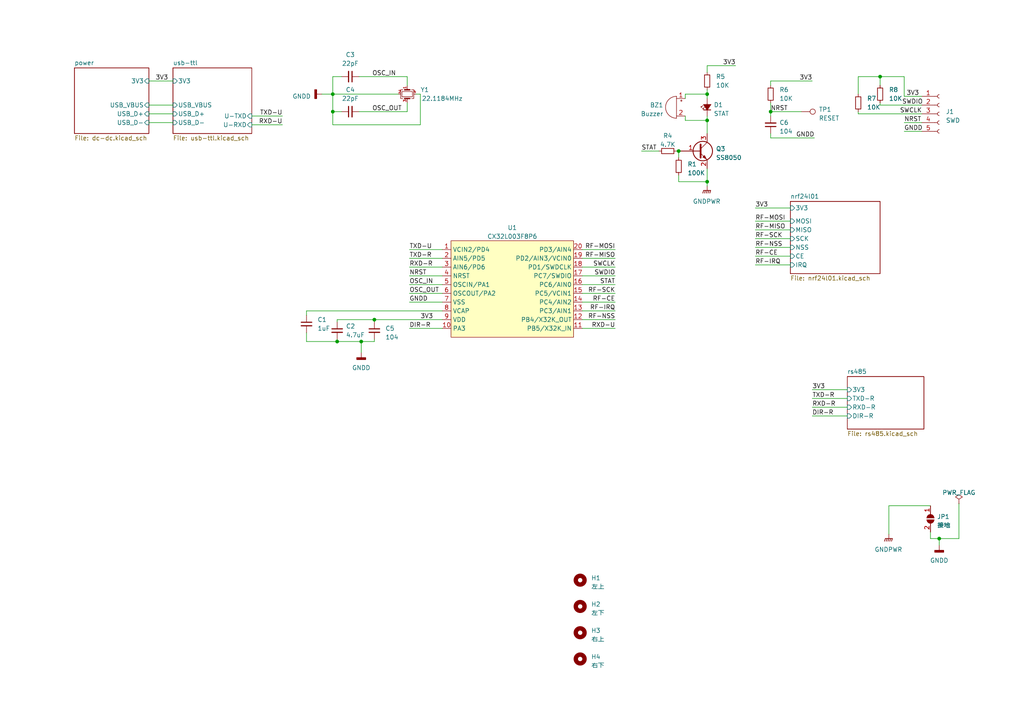
<source format=kicad_sch>
(kicad_sch (version 20230121) (generator eeschema)
  (paper "A4")
  (title_block (title "通信中继模块"))
  (lib_symbols
    (symbol "Connector:Conn_01x05_Socket" (pin_names (offset 1.016) hide)
      (property "Reference" "J" (at 0 7.62 0))
      (property "Value" "Conn_01x05_Socket" (at 0 -7.62 0))
      (symbol "Conn_01x05_Socket_1_1"
        (arc (start 0 -4.572) (mid -0.5058 -5.08) (end 0 -5.588) (stroke (width 0.1524)))
        (arc (start 0 -2.032) (mid -0.5058 -2.54) (end 0 -3.048) (stroke (width 0.1524)))
        (polyline (pts (xy -1.27 -5.08) (xy -0.508 -5.08)) (stroke (width 0.1524)))
        (polyline (pts (xy -1.27 -2.54) (xy -0.508 -2.54)) (stroke (width 0.1524)))
        (polyline (pts (xy -1.27 0) (xy -0.508 0)) (stroke (width 0.1524)))
        (polyline (pts (xy -1.27 2.54) (xy -0.508 2.54)) (stroke (width 0.1524)))
        (polyline (pts (xy -1.27 5.08) (xy -0.508 5.08)) (stroke (width 0.1524)))
        (arc (start 0 0.508) (mid -0.5058 0) (end 0 -0.508) (stroke (width 0.1524)))
        (arc (start 0 3.048) (mid -0.5058 2.54) (end 0 2.032) (stroke (width 0.1524)))
        (arc (start 0 5.588) (mid -0.5058 5.08) (end 0 4.572) (stroke (width 0.1524)))
        (pin passive line (at -5.08 5.08 0) (length 3.81) (name "Pin_1") (number "1"))
        (pin passive line (at -5.08 2.54 0) (length 3.81) (name "Pin_2") (number "2"))
        (pin passive line (at -5.08 0 0) (length 3.81) (name "Pin_3") (number "3"))
        (pin passive line (at -5.08 -2.54 0) (length 3.81) (name "Pin_4") (number "4"))
        (pin passive line (at -5.08 -5.08 0) (length 3.81) (name "Pin_5") (number "5"))
      )
    )
    (symbol "Connector:TestPoint" (pin_numbers hide) (pin_names (offset 0.762) hide)
      (property "Reference" "TP" (at 0 6.858 0))
      (property "Value" "TestPoint" (at 0 5.08 0))
      (symbol "TestPoint_0_1"
        (circle (center 0 3.302) (radius 0.762))
      )
      (symbol "TestPoint_1_1"
        (pin passive line (at 0 0 90) (length 2.54) (name "1") (number "1"))
      )
    )
    (symbol "Device:Buzzer" (pin_names (offset 0.0254) hide)
      (property "Reference" "BZ" (at 3.81 1.27 0))
      (property "Value" "Buzzer" (at 3.81 -1.27 0))
      (symbol "Buzzer_0_1"
        (arc (start 0 -3.175) (mid 3.1612 0) (end 0 3.175))
        (polyline (pts (xy -1.651 1.905) (xy -1.143 1.905)))
        (polyline (pts (xy -1.397 2.159) (xy -1.397 1.651)))
        (polyline (pts (xy 0 3.175) (xy 0 -3.175)))
      )
      (symbol "Buzzer_1_1"
        (pin passive line (at -2.54 2.54 0) (length 2.54) (name "-") (number "1"))
        (pin passive line (at -2.54 -2.54 0) (length 2.54) (name "+") (number "2"))
      )
    )
    (symbol "Device:C_Small" (pin_numbers hide) (pin_names (offset 0.254) hide)
      (property "Reference" "C" (at 0.254 1.778 0))
      (property "Value" "C_Small" (at 0.254 -2.032 0))
      (symbol "C_Small_0_1"
        (polyline (pts (xy -1.524 -0.508) (xy 1.524 -0.508)) (stroke (width 0.3302)))
        (polyline (pts (xy -1.524 0.508) (xy 1.524 0.508)) (stroke (width 0.3048)))
      )
      (symbol "C_Small_1_1"
        (pin passive line (at 0 2.54 270) (length 2.032) (name "~") (number "1"))
        (pin passive line (at 0 -2.54 90) (length 2.032) (name "~") (number "2"))
      )
    )
    (symbol "Device:Crystal_GND24_Small" (pin_names (offset 1.016) hide)
      (property "Reference" "Y" (at 1.27 4.445 0))
      (property "Value" "Crystal_GND24_Small" (at 1.27 2.54 0))
      (symbol "Crystal_GND24_Small_0_1"
        (rectangle (start -0.762 -1.524) (end 0.762 1.524))
        (polyline (pts (xy -1.27 -0.762) (xy -1.27 0.762)) (stroke (width 0.381)))
        (polyline (pts (xy 1.27 -0.762) (xy 1.27 0.762)) (stroke (width 0.381)))
        (polyline (pts (xy -1.27 -1.27) (xy -1.27 -1.905) (xy 1.27 -1.905) (xy 1.27 -1.27)))
        (polyline (pts (xy -1.27 1.27) (xy -1.27 1.905) (xy 1.27 1.905) (xy 1.27 1.27)))
      )
      (symbol "Crystal_GND24_Small_1_1"
        (pin passive line (at -2.54 0 0) (length 1.27) (name "1") (number "1"))
        (pin passive line (at 0 -2.54 90) (length 0.635) (name "2") (number "2"))
        (pin passive line (at 2.54 0 180) (length 1.27) (name "3") (number "3"))
        (pin passive line (at 0 2.54 270) (length 0.635) (name "4") (number "4"))
      )
    )
    (symbol "Device:LED_Small_Filled" (pin_numbers hide) (pin_names (offset 0.254) hide)
      (property "Reference" "D" (at -1.27 3.175 0))
      (property "Value" "LED_Small_Filled" (at -4.445 -2.54 0))
      (symbol "LED_Small_Filled_0_1"
        (polyline (pts (xy -0.762 -1.016) (xy -0.762 1.016)) (stroke (width 0.254)))
        (polyline (pts (xy 1.016 0) (xy -0.762 0)))
        (polyline (pts (xy 0.762 -1.016) (xy -0.762 0) (xy 0.762 1.016) (xy 0.762 -1.016)) (stroke (width 0.254)) (fill (type outline)))
        (polyline (pts (xy 0 0.762) (xy -0.508 1.27) (xy -0.254 1.27) (xy -0.508 1.27) (xy -0.508 1.016)))
        (polyline (pts (xy 0.508 1.27) (xy 0 1.778) (xy 0.254 1.778) (xy 0 1.778) (xy 0 1.524)))
      )
      (symbol "LED_Small_Filled_1_1"
        (pin passive line (at -2.54 0 0) (length 1.778) (name "K") (number "1"))
        (pin passive line (at 2.54 0 180) (length 1.778) (name "A") (number "2"))
      )
    )
    (symbol "Device:R_Small" (pin_numbers hide) (pin_names (offset 0.254) hide)
      (property "Reference" "R" (at 0.762 0.508 0))
      (property "Value" "R_Small" (at 0.762 -1.016 0))
      (symbol "R_Small_0_1"
        (rectangle (start -0.762 1.778) (end 0.762 -1.778) (stroke (width 0.2032)))
      )
      (symbol "R_Small_1_1"
        (pin passive line (at 0 2.54 270) (length 0.762) (name "~") (number "1"))
        (pin passive line (at 0 -2.54 90) (length 0.762) (name "~") (number "2"))
      )
    )
    (symbol "Jumper:SolderJumper_2_Open" (pin_names (offset 0) hide)
      (property "Reference" "JP" (at 0 2.032 0))
      (property "Value" "SolderJumper_2_Open" (at 0 -2.54 0))
      (symbol "SolderJumper_2_Open_0_1"
        (arc (start -0.254 1.016) (mid -1.2656 0) (end -0.254 -1.016))
        (arc (start -0.254 1.016) (mid -1.2656 0) (end -0.254 -1.016) (fill (type outline)))
        (polyline (pts (xy -0.254 1.016) (xy -0.254 -1.016)))
        (polyline (pts (xy 0.254 1.016) (xy 0.254 -1.016)))
        (arc (start 0.254 -1.016) (mid 1.2656 0) (end 0.254 1.016))
        (arc (start 0.254 -1.016) (mid 1.2656 0) (end 0.254 1.016) (fill (type outline)))
      )
      (symbol "SolderJumper_2_Open_1_1"
        (pin passive line (at -3.81 0 0) (length 2.54) (name "A") (number "1"))
        (pin passive line (at 3.81 0 180) (length 2.54) (name "B") (number "2"))
      )
    )
    (symbol "LwModule:CX32L003F8P6"
      (property "Reference" "U" (at 1.27 -16.51 0))
      (property "Value" "CX32L003F8P6" (at 7.62 -19.05 0))
      (symbol "CX32L003F8P6_0_1"
        (rectangle (start -17.78 13.97) (end 17.78 -13.97) (fill (type background)))
      )
      (symbol "CX32L003F8P6_1_1"
        (pin passive line (at -20.32 11.43 0) (length 2.54) (name "VCIN2/PD4") (number "1"))
        (pin passive line (at -20.32 -11.43 0) (length 2.54) (name "PA3") (number "10"))
        (pin passive line (at 20.32 -11.43 180) (length 2.54) (name "PB5/X32K_IN") (number "11"))
        (pin passive line (at 20.32 -8.89 180) (length 2.54) (name "PB4/X32K_OUT") (number "12"))
        (pin passive line (at 20.32 -6.35 180) (length 2.54) (name "PC3/AIN1") (number "13"))
        (pin passive line (at 20.32 -3.81 180) (length 2.54) (name "PC4/AIN2") (number "14"))
        (pin passive line (at 20.32 -1.27 180) (length 2.54) (name "PC5/VCIN1") (number "15"))
        (pin passive line (at 20.32 1.27 180) (length 2.54) (name "PC6/AIN0") (number "16"))
        (pin passive line (at 20.32 3.81 180) (length 2.54) (name "PC7/SWDIO") (number "17"))
        (pin passive line (at 20.32 6.35 180) (length 2.54) (name "PD1/SWDCLK") (number "18"))
        (pin passive line (at 20.32 8.89 180) (length 2.54) (name "PD2/AIN3/VCIN0") (number "19"))
        (pin passive line (at -20.32 8.89 0) (length 2.54) (name "AIN5/PD5") (number "2"))
        (pin passive line (at 20.32 11.43 180) (length 2.54) (name "PD3/AIN4") (number "20"))
        (pin passive line (at -20.32 6.35 0) (length 2.54) (name "AIN6/PD6") (number "3"))
        (pin passive line (at -20.32 3.81 0) (length 2.54) (name "NRST") (number "4"))
        (pin passive line (at -20.32 1.27 0) (length 2.54) (name "OSCIN/PA1") (number "5"))
        (pin passive line (at -20.32 -1.27 0) (length 2.54) (name "OSCOUT/PA2") (number "6"))
        (pin passive line (at -20.32 -3.81 0) (length 2.54) (name "VSS") (number "7"))
        (pin passive line (at -20.32 -6.35 0) (length 2.54) (name "VCAP") (number "8"))
        (pin passive line (at -20.32 -8.89 0) (length 2.54) (name "VDD") (number "9"))
      )
    )
    (symbol "Mechanical:MountingHole" (pin_names (offset 1.016))
      (property "Reference" "H" (at 0 5.08 0))
      (property "Value" "MountingHole" (at 0 3.175 0))
      (symbol "MountingHole_0_1"
        (circle (center 0 0) (radius 1.27) (stroke (width 1.27)))
      )
    )
    (symbol "Transistor_BJT:BC817" (pin_names (offset 0) hide)
      (property "Reference" "Q" (at 5.08 1.905 0))
      (property "Value" "BC817" (at 5.08 0 0))
      (symbol "BC817_0_1"
        (polyline (pts (xy 0.635 0.635) (xy 2.54 2.54)))
        (polyline (pts (xy 0.635 -0.635) (xy 2.54 -2.54) (xy 2.54 -2.54)))
        (polyline (pts (xy 0.635 1.905) (xy 0.635 -1.905) (xy 0.635 -1.905)) (stroke (width 0.508)))
        (polyline (pts (xy 1.27 -1.778) (xy 1.778 -1.27) (xy 2.286 -2.286) (xy 1.27 -1.778) (xy 1.27 -1.778)) (fill (type outline)))
        (circle (center 1.27 0) (radius 2.8194) (stroke (width 0.254)))
      )
      (symbol "BC817_1_1"
        (pin input line (at -5.08 0 0) (length 5.715) (name "B") (number "1"))
        (pin passive line (at 2.54 -5.08 90) (length 2.54) (name "E") (number "2"))
        (pin passive line (at 2.54 5.08 270) (length 2.54) (name "C") (number "3"))
      )
    )
    (symbol "power:GNDD" (power) (pin_names (offset 0))
      (property "Value" "GNDD" (at 0 -3.175 0))
      (symbol "GNDD_0_1"
        (rectangle (start -1.27 -1.524) (end 1.27 -2.032) (stroke (width 0.254)) (fill (type outline)))
        (polyline (pts (xy 0 0) (xy 0 -1.524)))
      )
      (symbol "GNDD_1_1"
        (pin power_in line (at 0 0 270) (length 0) hide (name "GNDD") (number "1"))
      )
    )
    (symbol "power:GNDPWR" (power) (pin_names (offset 0))
      (property "Value" "GNDPWR" (at 0 -3.302 0))
      (symbol "GNDPWR_0_1"
        (polyline (pts (xy 0 -1.27) (xy 0 0)))
        (polyline (pts (xy -1.016 -1.27) (xy -1.27 -2.032) (xy -1.27 -2.032)) (stroke (width 0.2032)))
        (polyline (pts (xy -0.508 -1.27) (xy -0.762 -2.032) (xy -0.762 -2.032)) (stroke (width 0.2032)))
        (polyline (pts (xy 0 -1.27) (xy -0.254 -2.032) (xy -0.254 -2.032)) (stroke (width 0.2032)))
        (polyline (pts (xy 0.508 -1.27) (xy 0.254 -2.032) (xy 0.254 -2.032)) (stroke (width 0.2032)))
        (polyline (pts (xy 1.016 -1.27) (xy -1.016 -1.27) (xy -1.016 -1.27)) (stroke (width 0.2032)))
        (polyline (pts (xy 1.016 -1.27) (xy 0.762 -2.032) (xy 0.762 -2.032) (xy 0.762 -2.032)) (stroke (width 0.2032)))
      )
      (symbol "GNDPWR_1_1"
        (pin power_in line (at 0 0 270) (length 0) hide (name "GNDPWR") (number "1"))
      )
    )
    (symbol "power:PWR_FLAG" (power) (pin_numbers hide) (pin_names (offset 0) hide)
      (property "Value" "PWR_FLAG" (at 0 3.81 0))
      (symbol "PWR_FLAG_0_0"
        (pin power_out line (at 0 0 90) (length 0) (name "pwr") (number "1"))
      )
      (symbol "PWR_FLAG_0_1"
        (polyline (pts (xy 0 0) (xy 0 1.27) (xy -1.016 1.905) (xy 0 2.54) (xy 1.016 1.905) (xy 0 1.27)))
      )
    )
  )
  (junction (at 104.775 99.06))
  (junction (at 108.585 92.71))
  (junction (at 96.52 27.305))
  (junction (at 97.79 99.06))
  (junction (at 272.415 156.21))
  (junction (at 205.105 34.925))
  (junction (at 96.52 32.385))
  (junction (at 205.105 52.705))
  (junction (at 196.85 43.815))
  (junction (at 205.105 27.305))
  (junction (at 223.52 32.385))
  (junction (at 255.27 22.225))
  (wire (pts (xy 118.745 82.55) (xy 128.27 82.55)))
  (wire (pts (xy 248.92 33.02) (xy 267.335 33.02)))
  (wire (pts (xy 118.745 95.25) (xy 128.27 95.25)))
  (wire (pts (xy 196.85 43.815) (xy 196.85 45.72)))
  (wire (pts (xy 255.27 29.845) (xy 255.27 30.48)))
  (wire (pts (xy 196.215 43.815) (xy 196.85 43.815)))
  (wire (pts (xy 120.65 27.305) (xy 121.92 27.305)))
  (wire (pts (xy 43.18 23.495) (xy 50.165 23.495)))
  (wire (pts (xy 235.585 118.11) (xy 245.745 118.11)))
  (wire (pts (xy 88.9 96.52) (xy 88.9 99.06)))
  (wire (pts (xy 196.85 50.8) (xy 196.85 52.705)))
  (wire (pts (xy 97.79 98.425) (xy 97.79 99.06)))
  (wire (pts (xy 118.745 77.47) (xy 128.27 77.47)))
  (wire (pts (xy 257.81 154.94) (xy 257.81 146.685)))
  (wire (pts (xy 223.52 24.765) (xy 223.52 23.495)))
  (wire (pts (xy 223.52 40.005) (xy 236.22 40.005)))
  (wire (pts (xy 168.91 92.71) (xy 178.435 92.71)))
  (wire (pts (xy 196.85 52.705) (xy 205.105 52.705)))
  (wire (pts (xy 269.875 156.21) (xy 272.415 156.21)))
  (wire (pts (xy 248.92 33.02) (xy 248.92 32.385)))
  (wire (pts (xy 223.52 32.385) (xy 223.52 33.655)))
  (wire (pts (xy 248.92 27.305) (xy 248.92 22.225)))
  (wire (pts (xy 262.255 35.56) (xy 267.335 35.56)))
  (wire (pts (xy 108.585 92.71) (xy 108.585 93.345)))
  (wire (pts (xy 262.255 38.1) (xy 267.335 38.1)))
  (wire (pts (xy 96.52 22.225) (xy 96.52 27.305)))
  (wire (pts (xy 121.92 36.195) (xy 96.52 36.195)))
  (wire (pts (xy 168.91 72.39) (xy 178.435 72.39)))
  (wire (pts (xy 219.075 64.135) (xy 229.235 64.135)))
  (wire (pts (xy 219.075 66.675) (xy 229.235 66.675)))
  (wire (pts (xy 205.105 28.575) (xy 205.105 27.305)))
  (wire (pts (xy 235.585 115.57) (xy 245.745 115.57)))
  (wire (pts (xy 205.105 27.305) (xy 205.105 26.035)))
  (wire (pts (xy 168.91 90.17) (xy 178.435 90.17)))
  (wire (pts (xy 198.755 33.655) (xy 198.755 34.925)))
  (wire (pts (xy 108.585 92.71) (xy 128.27 92.71)))
  (wire (pts (xy 96.52 27.305) (xy 96.52 32.385)))
  (wire (pts (xy 168.91 95.25) (xy 178.435 95.25)))
  (wire (pts (xy 168.91 87.63) (xy 178.435 87.63)))
  (wire (pts (xy 118.11 29.845) (xy 118.11 32.385)))
  (wire (pts (xy 96.52 32.385) (xy 99.06 32.385)))
  (wire (pts (xy 232.41 32.385) (xy 223.52 32.385)))
  (wire (pts (xy 262.255 27.94) (xy 267.335 27.94)))
  (wire (pts (xy 115.57 27.305) (xy 96.52 27.305)))
  (wire (pts (xy 205.105 20.955) (xy 205.105 19.05)))
  (wire (pts (xy 99.06 22.225) (xy 96.52 22.225)))
  (wire (pts (xy 178.435 85.09) (xy 168.91 85.09)))
  (wire (pts (xy 104.14 32.385) (xy 118.11 32.385)))
  (wire (pts (xy 118.745 72.39) (xy 128.27 72.39)))
  (wire (pts (xy 205.105 33.655) (xy 205.105 34.925)))
  (wire (pts (xy 93.345 27.305) (xy 96.52 27.305)))
  (wire (pts (xy 43.18 30.48) (xy 50.165 30.48)))
  (wire (pts (xy 168.91 77.47) (xy 178.435 77.47)))
  (wire (pts (xy 43.18 33.02) (xy 50.165 33.02)))
  (wire (pts (xy 104.14 22.225) (xy 118.11 22.225)))
  (wire (pts (xy 278.13 156.21) (xy 272.415 156.21)))
  (wire (pts (xy 196.85 43.815) (xy 197.485 43.815)))
  (wire (pts (xy 118.745 74.93) (xy 128.27 74.93)))
  (wire (pts (xy 96.52 36.195) (xy 96.52 32.385)))
  (wire (pts (xy 97.79 92.71) (xy 108.585 92.71)))
  (wire (pts (xy 219.075 60.325) (xy 229.235 60.325)))
  (wire (pts (xy 255.27 22.225) (xy 262.255 22.225)))
  (wire (pts (xy 272.415 156.21) (xy 272.415 158.115)))
  (wire (pts (xy 73.025 33.655) (xy 81.915 33.655)))
  (wire (pts (xy 223.52 38.735) (xy 223.52 40.005)))
  (wire (pts (xy 168.91 74.93) (xy 178.435 74.93)))
  (wire (pts (xy 205.105 52.705) (xy 205.105 48.895)))
  (wire (pts (xy 255.27 30.48) (xy 267.335 30.48)))
  (wire (pts (xy 104.775 99.06) (xy 104.775 102.235)))
  (wire (pts (xy 128.27 90.17) (xy 88.9 90.17)))
  (wire (pts (xy 219.075 74.295) (xy 229.235 74.295)))
  (wire (pts (xy 88.9 90.17) (xy 88.9 91.44)))
  (wire (pts (xy 235.585 113.03) (xy 245.745 113.03)))
  (wire (pts (xy 255.27 22.225) (xy 255.27 24.765)))
  (wire (pts (xy 118.745 85.09) (xy 128.27 85.09)))
  (wire (pts (xy 118.745 80.01) (xy 128.27 80.01)))
  (wire (pts (xy 235.585 120.65) (xy 245.745 120.65)))
  (wire (pts (xy 73.025 36.195) (xy 81.915 36.195)))
  (wire (pts (xy 219.075 71.755) (xy 229.235 71.755)))
  (wire (pts (xy 88.9 99.06) (xy 97.79 99.06)))
  (wire (pts (xy 205.105 34.925) (xy 205.105 38.735)))
  (wire (pts (xy 219.075 76.835) (xy 229.235 76.835)))
  (wire (pts (xy 198.755 28.575) (xy 198.755 27.305)))
  (wire (pts (xy 248.92 22.225) (xy 255.27 22.225)))
  (wire (pts (xy 43.18 35.56) (xy 50.165 35.56)))
  (wire (pts (xy 118.745 87.63) (xy 128.27 87.63)))
  (wire (pts (xy 108.585 99.06) (xy 108.585 98.425)))
  (wire (pts (xy 121.92 27.305) (xy 121.92 36.195)))
  (wire (pts (xy 269.875 156.21) (xy 269.875 154.305)))
  (wire (pts (xy 223.52 23.495) (xy 235.585 23.495)))
  (wire (pts (xy 198.755 34.925) (xy 205.105 34.925)))
  (wire (pts (xy 97.79 93.345) (xy 97.79 92.71)))
  (wire (pts (xy 262.255 22.225) (xy 262.255 27.94)))
  (wire (pts (xy 178.435 82.55) (xy 168.91 82.55)))
  (wire (pts (xy 278.13 146.05) (xy 278.13 156.21)))
  (wire (pts (xy 257.81 146.685) (xy 269.875 146.685)))
  (wire (pts (xy 198.755 27.305) (xy 205.105 27.305)))
  (wire (pts (xy 186.055 43.815) (xy 191.135 43.815)))
  (wire (pts (xy 205.105 53.975) (xy 205.105 52.705)))
  (wire (pts (xy 104.775 99.06) (xy 108.585 99.06)))
  (wire (pts (xy 118.11 22.225) (xy 118.11 24.765)))
  (wire (pts (xy 168.91 80.01) (xy 178.435 80.01)))
  (wire (pts (xy 223.52 29.845) (xy 223.52 32.385)))
  (wire (pts (xy 205.105 19.05) (xy 213.36 19.05)))
  (wire (pts (xy 219.075 69.215) (xy 229.235 69.215)))
  (wire (pts (xy 97.79 99.06) (xy 104.775 99.06)))
  (label "OSC_IN" (at 118.745 82.55 0))
  (label "RF-NSS" (at 219.075 71.755 0))
  (label "3V3" (at 235.585 113.03 0))
  (label "RF-SCK" (at 219.075 69.215 0))
  (label "OSC_OUT" (at 118.745 85.09 0))
  (label "NRST" (at 223.52 32.385 0))
  (label "OSC_OUT" (at 107.95 32.385 0))
  (label "RF-MISO" (at 178.435 74.93 180))
  (label "RF-IRQ" (at 219.075 76.835 0))
  (label "GNDD" (at 118.745 87.63 0))
  (label "3V3" (at 45.085 23.495 0))
  (label "TXD-R" (at 235.585 115.57 0))
  (label "RF-CE" (at 219.075 74.295 0))
  (label "TXD-R" (at 118.745 74.93 0))
  (label "GNDD" (at 262.255 38.1 0))
  (label "RF-CE" (at 178.435 87.63 180))
  (label "RXD-U" (at 81.915 36.195 180))
  (label "RXD-R" (at 118.745 77.47 0))
  (label "SWDIO" (at 178.435 80.01 180))
  (label "DIR-R" (at 235.585 120.65 0))
  (label "NRST" (at 118.745 80.01 0))
  (label "3V3" (at 213.36 19.05 180))
  (label "SWDIO" (at 261.62 30.48 0))
  (label "SWCLK" (at 260.985 33.02 0))
  (label "3V3" (at 121.92 92.71 0))
  (label "3V3" (at 235.585 23.495 180))
  (label "GNDD" (at 236.22 40.005 180))
  (label "RF-IRQ" (at 178.435 90.17 180))
  (label "STAT" (at 186.055 43.815 0))
  (label "STAT" (at 178.435 82.55 180))
  (label "RF-MOSI" (at 219.075 64.135 0))
  (label "DIR-R" (at 118.745 95.25 0))
  (label "TXD-U" (at 81.915 33.655 180))
  (label "3V3" (at 219.075 60.325 0))
  (label "NRST" (at 262.255 35.56 0))
  (label "RF-MISO" (at 219.075 66.675 0))
  (label "RF-NSS" (at 178.435 92.71 180))
  (label "RXD-U" (at 178.435 95.25 180))
  (label "RF-MOSI" (at 178.435 72.39 180))
  (label "OSC_IN" (at 107.95 22.225 0))
  (label "RF-SCK" (at 178.435 85.09 180))
  (label "TXD-U" (at 118.745 72.39 0))
  (label "3V3" (at 262.89 27.94 0))
  (label "SWCLK" (at 178.435 77.47 180))
  (label "RXD-R" (at 235.585 118.11 0))
  (symbol (lib_id "Device:R_Small") (at 255.27 27.305 0) (unit 1)
    (property "Reference" "R8" (at 257.81 26.0349 0) (effects (justify left)))
    (property "Value" "10K" (at 257.81 28.5749 0) (effects (justify left)))
    (property "Footprint" "Resistor_SMD:R_0603_1608Metric" (effects hide))
  )
  (symbol (lib_id "Device:Buzzer") (at 196.215 31.115 0) (mirror y) (unit 1)
    (property "Reference" "BZ1" (at 192.405 30.48 0) (effects (justify left)))
    (property "Value" "Buzzer" (at 192.405 33.02 0) (effects (justify left)))
    (property "Footprint" "Connector_JST:JST_PH_B2B-PH-K_1x02_P2.00mm_Vertical" (effects hide))
  )
  (symbol (lib_id "Device:R_Small") (at 196.85 48.26 180) (unit 1)
    (property "Reference" "R1" (at 199.39 47.625 0) (effects (justify right)))
    (property "Value" "100K" (at 199.39 50.165 0) (effects (justify right)))
    (property "Footprint" "Resistor_SMD:R_0603_1608Metric" (effects hide))
  )
  (symbol (lib_id "power:GNDPWR") (at 205.105 53.975 0) (unit 1)
    (property "Reference" "#PWR04" (effects hide))
    (property "Value" "GNDPWR" (at 204.978 58.42 0))
  )
  (symbol (lib_id "power:PWR_FLAG") (at 278.13 146.05 0) (unit 1)
    (property "Reference" "#FLG02" (effects hide))
    (property "Value" "PWR_FLAG" (at 278.13 142.875 0))
  )
  (symbol (lib_id "power:GNDD") (at 272.415 158.115 0) (unit 1)
    (property "Reference" "#PWR06" (effects hide))
    (property "Value" "GNDD" (at 272.415 162.56 0))
  )
  (symbol (lib_id "Device:R_Small") (at 193.675 43.815 90) (unit 1)
    (property "Reference" "R4" (at 193.675 39.37 90))
    (property "Value" "4.7K" (at 193.675 41.91 90))
    (property "Footprint" "Resistor_SMD:R_0603_1608Metric" (effects hide))
  )
  (symbol (lib_id "Device:C_Small") (at 88.9 93.98 0) (unit 1)
    (property "Reference" "C1" (at 92.075 92.7162 0) (effects (justify left)))
    (property "Value" "1uF" (at 92.075 95.2562 0) (effects (justify left)))
    (property "Footprint" "Capacitor_SMD:C_0603_1608Metric" (effects hide))
  )
  (symbol (lib_id "power:GNDD") (at 104.775 102.235 0) (unit 1)
    (property "Reference" "#PWR03" (effects hide))
    (property "Value" "GNDD" (at 104.775 106.68 0))
  )
  (symbol (lib_id "Device:C_Small") (at 101.6 32.385 90) (unit 1)
    (property "Reference" "C4" (at 101.6063 26.035 90))
    (property "Value" "22pF" (at 101.6063 28.575 90))
    (property "Footprint" "Capacitor_SMD:C_0603_1608Metric" (effects hide))
  )
  (symbol (lib_id "Connector:TestPoint") (at 232.41 32.385 270) (unit 1)
    (property "Reference" "TP1" (at 237.49 31.75 90) (effects (justify left)))
    (property "Value" "RESET" (at 237.49 34.29 90) (effects (justify left)))
    (property "Footprint" "TestPoint:TestPoint_Pad_D1.0mm" (effects hide))
  )
  (symbol (lib_id "Device:Crystal_GND24_Small") (at 118.11 27.305 270) (unit 1)
    (property "Reference" "Y1" (at 123.19 26.035 90))
    (property "Value" "22.1184MHz" (at 128.27 28.575 90))
    (property "Footprint" "Crystal:Crystal_SMD_3225-4Pin_3.2x2.5mm" (effects hide))
  )
  (symbol (lib_id "Mechanical:MountingHole") (at 168.275 168.275 0) (unit 1)
    (property "Reference" "H1" (at 171.45 167.64 0) (effects (justify left)))
    (property "Value" "左上" (at 171.45 170.18 0) (effects (justify left)))
    (property "Footprint" "LwModule:R2R2-5_THT" (effects hide))
  )
  (symbol (lib_id "Mechanical:MountingHole") (at 168.275 191.135 0) (unit 1)
    (property "Reference" "H4" (at 171.45 190.5 0) (effects (justify left)))
    (property "Value" "右下" (at 171.45 193.04 0) (effects (justify left)))
    (property "Footprint" "LwModule:R2R2-5_THT" (effects hide))
  )
  (symbol (lib_id "power:GNDD") (at 93.345 27.305 270) (unit 1)
    (property "Reference" "#PWR02" (effects hide))
    (property "Value" "GNDD" (at 90.17 27.94 90) (effects (justify right)))
  )
  (symbol (lib_id "Device:C_Small") (at 97.79 95.885 0) (unit 1)
    (property "Reference" "C2" (at 100.33 94.6212 0) (effects (justify left)))
    (property "Value" "4.7uF" (at 100.33 97.1612 0) (effects (justify left)))
    (property "Footprint" "Capacitor_SMD:C_0603_1608Metric" (effects hide))
  )
  (symbol (lib_id "Jumper:SolderJumper_2_Open") (at 269.875 150.495 270) (unit 1)
    (property "Reference" "JP1" (at 271.78 149.86 90) (effects (justify left)))
    (property "Value" "接地" (at 271.78 152.4 90) (effects (justify left)))
    (property "Footprint" "Jumper:SolderJumper-2_P1.3mm_Open_TrianglePad1.0x1.5mm" (effects hide))
  )
  (symbol (lib_id "LwModule:CX32L003F8P6") (at 148.59 83.82 0) (unit 1)
    (property "Reference" "U1" (at 148.59 66.04 0))
    (property "Value" "CX32L003F8P6" (at 148.59 68.58 0))
    (property "Footprint" "Package_SO:TSSOP-20_4.4x6.5mm_P0.65mm" (effects hide))
  )
  (symbol (lib_id "Device:C_Small") (at 223.52 36.195 180) (unit 1)
    (property "Reference" "C6" (at 226.06 35.5536 0) (effects (justify right)))
    (property "Value" "104" (at 226.06 38.0936 0) (effects (justify right)))
    (property "Footprint" "Capacitor_SMD:C_0603_1608Metric" (effects hide))
  )
  (symbol (lib_id "Connector:Conn_01x05_Socket") (at 272.415 33.02 0) (unit 1)
    (property "Reference" "J1" (at 274.32 32.385 0) (effects (justify left)))
    (property "Value" "SWD" (at 274.32 34.925 0) (effects (justify left)))
    (property "Footprint" "Connector_PinHeader_2.00mm:PinHeader_1x05_P2.00mm_Vertical" (effects hide))
  )
  (symbol (lib_id "power:GNDPWR") (at 257.81 154.94 0) (unit 1)
    (property "Reference" "#PWR05" (effects hide))
    (property "Value" "GNDPWR" (at 257.683 159.385 0))
  )
  (symbol (lib_id "Device:R_Small") (at 205.105 23.495 0) (unit 1)
    (property "Reference" "R5" (at 207.645 22.2249 0) (effects (justify left)))
    (property "Value" "10K" (at 207.645 24.7649 0) (effects (justify left)))
    (property "Footprint" "Resistor_SMD:R_0603_1608Metric" (effects hide))
  )
  (symbol (lib_id "Device:R_Small") (at 248.92 29.845 0) (unit 1)
    (property "Reference" "R7" (at 251.46 28.5749 0) (effects (justify left)))
    (property "Value" "10K" (at 251.46 31.1149 0) (effects (justify left)))
    (property "Footprint" "Resistor_SMD:R_0603_1608Metric" (effects hide))
  )
  (symbol (lib_id "Device:R_Small") (at 223.52 27.305 0) (unit 1)
    (property "Reference" "R6" (at 226.06 26.0349 0) (effects (justify left)))
    (property "Value" "10K" (at 226.06 28.5749 0) (effects (justify left)))
    (property "Footprint" "Resistor_SMD:R_0603_1608Metric" (effects hide))
  )
  (symbol (lib_id "Transistor_BJT:BC817") (at 202.565 43.815 0) (unit 1)
    (property "Reference" "Q3" (at 207.645 43.18 0) (effects (justify left)))
    (property "Value" "SS8050" (at 207.645 45.72 0) (effects (justify left)))
    (property "Footprint" "Package_TO_SOT_SMD:SOT-23" (effects hide))
    (property "Datasheet" "https://www.onsemi.com/pub/Collateral/BC818-D.pdf" (effects hide))
  )
  (symbol (lib_id "Mechanical:MountingHole") (at 168.275 183.515 0) (unit 1)
    (property "Reference" "H3" (at 171.45 182.88 0) (effects (justify left)))
    (property "Value" "右上" (at 171.45 185.42 0) (effects (justify left)))
    (property "Footprint" "LwModule:R2R2-5_THT" (effects hide))
  )
  (symbol (lib_id "Mechanical:MountingHole") (at 168.275 175.895 0) (unit 1)
    (property "Reference" "H2" (at 171.45 175.26 0) (effects (justify left)))
    (property "Value" "左下" (at 171.45 177.8 0) (effects (justify left)))
    (property "Footprint" "LwModule:R2R2-5_THT" (effects hide))
  )
  (symbol (lib_id "Device:LED_Small_Filled") (at 205.105 31.115 90) (unit 1)
    (property "Reference" "D1" (at 207.01 30.4165 90) (effects (justify right)))
    (property "Value" "STAT" (at 207.01 32.9565 90) (effects (justify right)))
    (property "Footprint" "LED_SMD:LED_0603_1608Metric" (effects hide))
  )
  (symbol (lib_id "Device:C_Small") (at 108.585 95.885 0) (unit 1)
    (property "Reference" "C5" (at 111.76 95.2563 0) (effects (justify left)))
    (property "Value" "104" (at 111.76 97.7963 0) (effects (justify left)))
    (property "Footprint" "Capacitor_SMD:C_0603_1608Metric" (effects hide))
  )
  (symbol (lib_id "Device:C_Small") (at 101.6 22.225 270) (unit 1)
    (property "Reference" "C3" (at 101.5936 15.875 90))
    (property "Value" "22pF" (at 101.5936 18.415 90))
    (property "Footprint" "Capacitor_SMD:C_0603_1608Metric" (effects hide))
  )
  (sheet (at 229.235 58.42) (size 26.035 20.955) (stroke (width 0.1524))
    (property "Sheetname" "nrf24l01" (at 229.235 57.7084 0) (effects (justify left bottom)))
    (property "Sheetfile" "nrf24l01.kicad_sch" (at 229.235 79.9596 0) (effects (justify left top)))
    (pin "IRQ" input (at 229.235 76.835 180))
    (pin "SCK" input (at 229.235 69.215 180))
    (pin "MISO" input (at 229.235 66.675 180))
    (pin "NSS" input (at 229.235 71.755 180))
    (pin "MOSI" input (at 229.235 64.135 180))
    (pin "3V3" input (at 229.235 60.325 180))
    (pin "CE" input (at 229.235 74.295 180))
  )
  (sheet (at 21.59 19.685) (size 21.59 19.05) (stroke (width 0.1524))
    (property "Sheetname" "power" (at 21.59 18.9734 0) (effects (justify left bottom)))
    (property "Sheetfile" "dc-dc.kicad_sch" (at 21.59 39.3196 0) (effects (justify left top)))
    (pin "USB_VBUS" input (at 43.18 30.48 0))
    (pin "USB_D-" input (at 43.18 35.56 0))
    (pin "USB_D+" input (at 43.18 33.02 0))
    (pin "3V3" input (at 43.18 23.495 0))
  )
  (sheet (at 50.165 19.685) (size 22.86 19.05) (stroke (width 0.1524))
    (property "Sheetname" "usb-ttl" (at 50.165 18.9734 0) (effects (justify left bottom)))
    (property "Sheetfile" "usb-ttl.kicad_sch" (at 50.165 39.3196 0) (effects (justify left top)))
    (pin "3V3" input (at 50.165 23.495 180))
    (pin "USB_VBUS" input (at 50.165 30.48 180))
    (pin "U-RXD" input (at 73.025 36.195 0))
    (pin "U-TXD" input (at 73.025 33.655 0))
    (pin "USB_D-" input (at 50.165 35.56 180))
    (pin "USB_D+" input (at 50.165 33.02 180))
  )
  (sheet (at 245.745 109.22) (size 22.225 15.24) (stroke (width 0.1524))
    (property "Sheetname" "rs485" (at 245.745 108.5084 0) (effects (justify left bottom)))
    (property "Sheetfile" "rs485.kicad_sch" (at 245.745 125.0446 0) (effects (justify left top)))
    (pin "RXD-R" input (at 245.745 118.11 180))
    (pin "DIR-R" input (at 245.745 120.65 180))
    (pin "TXD-R" input (at 245.745 115.57 180))
    (pin "3V3" input (at 245.745 113.03 180))
  )
)
</source>
